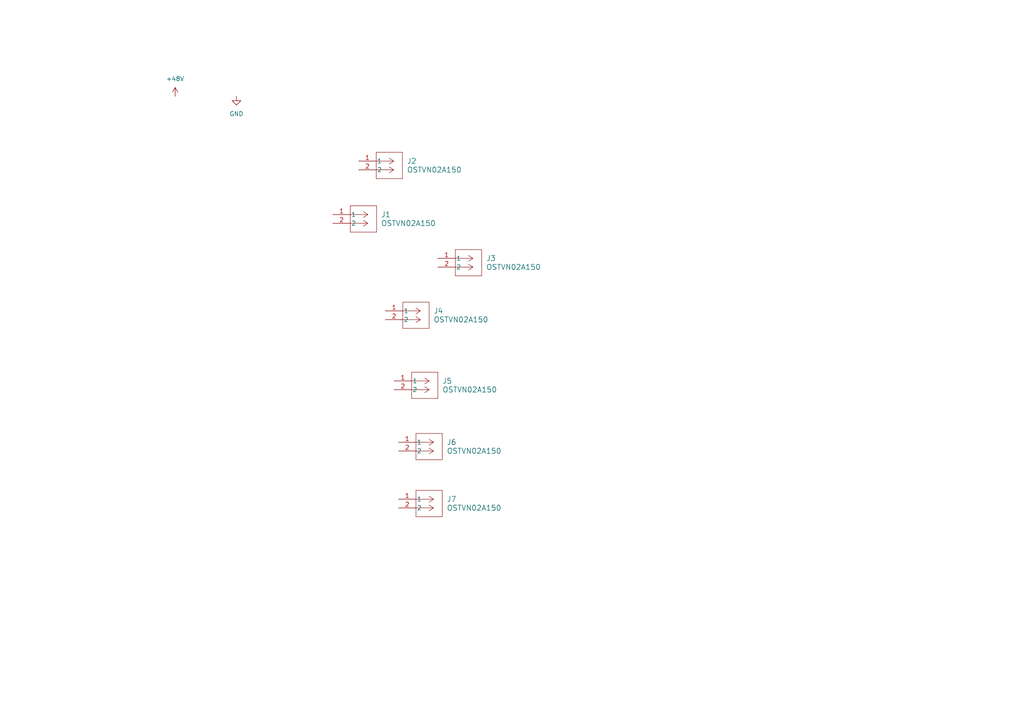
<source format=kicad_sch>
(kicad_sch (version 20230121) (generator eeschema)
  (paper "A4")
  (lib_symbols
    (symbol "2024-02-14_22-22-09:OSTVN02A150" (pin_names (offset 0.254))
      (property "Reference" "J" (at 8.89 6.35 0))
      (property "Value" "OSTVN02A150" (at 5.08 -6.35 0))
      (symbol "OSTVN02A150_1_1"
        (polyline (pts (xy 5.08 -5.08) (xy 12.7 -5.08)) (stroke (width 0.127)))
        (polyline (pts (xy 5.08 2.54) (xy 5.08 -5.08)) (stroke (width 0.127)))
        (polyline (pts (xy 10.16 -2.54) (xy 5.08 -2.54)) (stroke (width 0.127)))
        (polyline (pts (xy 10.16 -2.54) (xy 8.89 -3.3867)) (stroke (width 0.127)))
        (polyline (pts (xy 10.16 -2.54) (xy 8.89 -1.6933)) (stroke (width 0.127)))
        (polyline (pts (xy 10.16 0) (xy 5.08 0)) (stroke (width 0.127)))
        (polyline (pts (xy 10.16 0) (xy 8.89 -0.8467)) (stroke (width 0.127)))
        (polyline (pts (xy 10.16 0) (xy 8.89 0.8467)) (stroke (width 0.127)))
        (polyline (pts (xy 12.7 -5.08) (xy 12.7 2.54)) (stroke (width 0.127)))
        (polyline (pts (xy 12.7 2.54) (xy 5.08 2.54)) (stroke (width 0.127)))
        (pin unspecified line (at 0 0 0) (length 5.08) (name "1") (number "1"))
        (pin unspecified line (at 0 -2.54 0) (length 5.08) (name "2") (number "2"))
      )
      (symbol "OSTVN02A150_1_2"
        (polyline (pts (xy 5.08 -5.08) (xy 12.7 -5.08)) (stroke (width 0.127)))
        (polyline (pts (xy 5.08 2.54) (xy 5.08 -5.08)) (stroke (width 0.127)))
        (polyline (pts (xy 7.62 -2.54) (xy 5.08 -2.54)) (stroke (width 0.127)))
        (polyline (pts (xy 7.62 -2.54) (xy 8.89 -3.3867)) (stroke (width 0.127)))
        (polyline (pts (xy 7.62 -2.54) (xy 8.89 -1.6933)) (stroke (width 0.127)))
        (polyline (pts (xy 7.62 0) (xy 5.08 0)) (stroke (width 0.127)))
        (polyline (pts (xy 7.62 0) (xy 8.89 -0.8467)) (stroke (width 0.127)))
        (polyline (pts (xy 7.62 0) (xy 8.89 0.8467)) (stroke (width 0.127)))
        (polyline (pts (xy 12.7 -5.08) (xy 12.7 2.54)) (stroke (width 0.127)))
        (polyline (pts (xy 12.7 2.54) (xy 5.08 2.54)) (stroke (width 0.127)))
        (pin unspecified line (at 0 0 0) (length 5.08) (name "1") (number "1"))
        (pin unspecified line (at 0 -2.54 0) (length 5.08) (name "2") (number "2"))
      )
    )
    (symbol "power:+48V" (power) (pin_names (offset 0))
      (property "Value" "+48V" (at 0 3.556 0))
      (symbol "+48V_0_1"
        (polyline (pts (xy -0.762 1.27) (xy 0 2.54)))
        (polyline (pts (xy 0 0) (xy 0 2.54)))
        (polyline (pts (xy 0 2.54) (xy 0.762 1.27)))
      )
      (symbol "+48V_1_1"
        (pin power_in line (at 0 0 90) (length 0) hide (name "+48V") (number "1"))
      )
    )
    (symbol "power:GND" (power) (pin_names (offset 0))
      (property "Value" "GND" (at 0 -3.81 0))
      (symbol "GND_0_1"
        (polyline (pts (xy 0 0) (xy 0 -1.27) (xy 1.27 -1.27) (xy 0 -2.54) (xy -1.27 -1.27) (xy 0 -1.27)))
      )
      (symbol "GND_1_1"
        (pin power_in line (at 0 0 270) (length 0) hide (name "GND") (number "1"))
      )
    )
  )
  (symbol (lib_id "2024-02-14_22-22-09:OSTVN02A150") (at 127 74.93 0) (unit 1)
    (property "Reference" "J3" (at 140.97 74.93 0) (effects (font (size 1.524 1.524)) (justify left)))
    (property "Value" "OSTVN02A150" (at 140.97 77.47 0) (effects (font (size 1.524 1.524)) (justify left)))
    (property "Footprint" "screw_terminal:CONN_OSTVN02A150_OST" (effects hide))
  )
  (symbol (lib_id "power:+48V") (at 50.8 27.94 0) (unit 1)
    (property "Reference" "#PWR01" (effects hide))
    (property "Value" "+48V" (at 50.8 22.86 0))
  )
  (symbol (lib_id "2024-02-14_22-22-09:OSTVN02A150") (at 114.3 110.49 0) (unit 1)
    (property "Reference" "J5" (at 128.27 110.49 0) (effects (font (size 1.524 1.524)) (justify left)))
    (property "Value" "OSTVN02A150" (at 128.27 113.03 0) (effects (font (size 1.524 1.524)) (justify left)))
    (property "Footprint" "screw_terminal:CONN_OSTVN02A150_OST" (effects hide))
  )
  (symbol (lib_id "power:GND") (at 68.58 27.94 0) (unit 1)
    (property "Reference" "#PWR02" (effects hide))
    (property "Value" "GND" (at 68.58 33.02 0))
  )
  (symbol (lib_id "2024-02-14_22-22-09:OSTVN02A150") (at 115.57 128.27 0) (unit 1)
    (property "Reference" "J6" (at 129.54 128.27 0) (effects (font (size 1.524 1.524)) (justify left)))
    (property "Value" "OSTVN02A150" (at 129.54 130.81 0) (effects (font (size 1.524 1.524)) (justify left)))
    (property "Footprint" "screw_terminal:CONN_OSTVN02A150_OST" (effects hide))
  )
  (symbol (lib_id "2024-02-14_22-22-09:OSTVN02A150") (at 104.0317 46.7191 0) (unit 1)
    (property "Reference" "J2" (at 118.0017 46.7191 0) (effects (font (size 1.524 1.524)) (justify left)))
    (property "Value" "OSTVN02A150" (at 118.0017 49.2591 0) (effects (font (size 1.524 1.524)) (justify left)))
    (property "Footprint" "screw_terminal:CONN_OSTVN02A150_OST" (effects hide))
  )
  (symbol (lib_id "2024-02-14_22-22-09:OSTVN02A150") (at 96.52 62.23 0) (unit 1)
    (property "Reference" "J1" (at 110.49 62.23 0) (effects (font (size 1.524 1.524)) (justify left)))
    (property "Value" "OSTVN02A150" (at 110.49 64.77 0) (effects (font (size 1.524 1.524)) (justify left)))
    (property "Footprint" "screw_terminal:CONN_OSTVN02A150_OST" (effects hide))
  )
  (symbol (lib_id "2024-02-14_22-22-09:OSTVN02A150") (at 111.76 90.17 0) (unit 1)
    (property "Reference" "J4" (at 125.73 90.17 0) (effects (font (size 1.524 1.524)) (justify left)))
    (property "Value" "OSTVN02A150" (at 125.73 92.71 0) (effects (font (size 1.524 1.524)) (justify left)))
    (property "Footprint" "screw_terminal:CONN_OSTVN02A150_OST" (effects hide))
  )
  (symbol (lib_id "2024-02-14_22-22-09:OSTVN02A150") (at 115.57 144.78 0) (unit 1)
    (property "Reference" "J7" (at 129.54 144.78 0) (effects (font (size 1.524 1.524)) (justify left)))
    (property "Value" "OSTVN02A150" (at 129.54 147.32 0) (effects (font (size 1.524 1.524)) (justify left)))
    (property "Footprint" "screw_terminal:CONN_OSTVN02A150_OST" (effects hide))
  )
)
</source>
